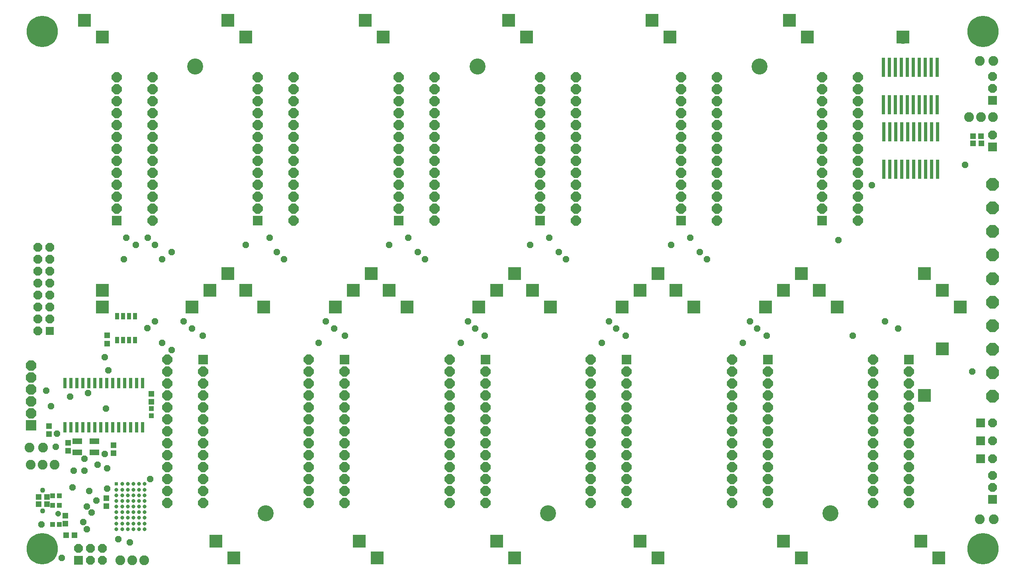
<source format=gts>
G75*
G70*
%OFA0B0*%
%FSLAX24Y24*%
%IPPOS*%
%LPD*%
%AMOC8*
5,1,8,0,0,1.08239X$1,22.5*
%
%ADD10C,0.1340*%
%ADD11R,0.0330X0.0580*%
%ADD12R,0.0740X0.0740*%
%ADD13OC8,0.0740*%
%ADD14R,0.0880X0.0880*%
%ADD15OC8,0.0880*%
%ADD16R,0.0513X0.0474*%
%ADD17R,0.0474X0.0513*%
%ADD18OC8,0.1080*%
%ADD19R,0.0316X0.0867*%
%ADD20R,0.0395X0.0395*%
%ADD21C,0.0434*%
%ADD22C,0.0820*%
%ADD23OC8,0.0714*%
%ADD24R,0.0714X0.0714*%
%ADD25R,0.0828X0.0513*%
%ADD26R,0.0316X0.1615*%
%ADD27OC8,0.0840*%
%ADD28R,0.0840X0.0840*%
%ADD29R,0.1080X0.1080*%
%ADD30C,0.0438*%
%ADD31R,0.0316X0.0316*%
%ADD32C,0.0316*%
%ADD33OC8,0.0556*%
%ADD34OC8,0.0438*%
%ADD35C,0.2620*%
D10*
X028289Y005476D03*
X051911Y005476D03*
X075533Y005476D03*
X069627Y042877D03*
X046005Y042877D03*
X022383Y042877D03*
D11*
X017356Y021979D03*
X016856Y021979D03*
X016356Y021979D03*
X015856Y021979D03*
X015856Y019979D03*
X016356Y019979D03*
X016856Y019979D03*
X017356Y019979D03*
D12*
X012620Y001554D03*
X088120Y010054D03*
X088120Y011554D03*
X088120Y013054D03*
X089106Y006654D03*
X089120Y036141D03*
X089120Y040054D03*
D13*
X089120Y041054D03*
X089120Y042054D03*
X089120Y037141D03*
X089120Y013054D03*
X089120Y011554D03*
X089120Y010054D03*
X089106Y008654D03*
X089106Y007654D03*
X014620Y002554D03*
X013620Y002554D03*
X013620Y001554D03*
X014620Y001554D03*
X012620Y002554D03*
D14*
X008633Y012854D03*
D15*
X008633Y013854D03*
X008633Y014854D03*
X008633Y015854D03*
X008633Y016854D03*
X008633Y017854D03*
D16*
X010133Y012789D03*
X010133Y012120D03*
X018706Y014820D03*
X018706Y015489D03*
X011520Y005302D03*
X011520Y004633D03*
X011598Y003654D03*
X012268Y003654D03*
D17*
X009968Y006254D03*
X009968Y006854D03*
X009298Y006854D03*
X009298Y006254D03*
X014956Y006096D03*
X014956Y006765D03*
X015533Y010520D03*
X015533Y011189D03*
X011733Y011389D03*
X011733Y010720D03*
X015020Y019706D03*
X015020Y020376D03*
X087498Y036454D03*
X087471Y037054D03*
X088141Y037054D03*
X088168Y036454D03*
D18*
X089120Y033013D03*
X089120Y031044D03*
X089120Y029076D03*
X089120Y027107D03*
X089120Y025139D03*
X089120Y023170D03*
X089120Y021202D03*
X089120Y019233D03*
X089120Y017265D03*
X089120Y015296D03*
D19*
X017970Y016405D03*
X017470Y016405D03*
X016970Y016405D03*
X016470Y016405D03*
X015970Y016405D03*
X015470Y016405D03*
X014970Y016405D03*
X014470Y016405D03*
X013970Y016405D03*
X013470Y016405D03*
X012970Y016405D03*
X012470Y016405D03*
X011970Y016405D03*
X011470Y016405D03*
X011470Y012704D03*
X011970Y012704D03*
X012470Y012704D03*
X012970Y012704D03*
X013470Y012704D03*
X013970Y012704D03*
X014470Y012704D03*
X014970Y012704D03*
X015470Y012704D03*
X015970Y012704D03*
X016470Y012704D03*
X016970Y012704D03*
X017470Y012704D03*
X017970Y012704D03*
D20*
X018720Y013672D03*
X018720Y014263D03*
X011028Y006954D03*
X010438Y006954D03*
X010438Y006154D03*
X011028Y006154D03*
X011028Y004554D03*
X010438Y004554D03*
D21*
X009620Y005688D03*
X009620Y007420D03*
D22*
X009620Y009568D03*
X010620Y009568D03*
X008620Y009568D03*
X008500Y010991D03*
X009640Y010991D03*
X016120Y001554D03*
X017120Y001554D03*
X018120Y001554D03*
X087133Y038654D03*
X088133Y038654D03*
X089133Y038654D03*
X089190Y043368D03*
X088050Y043368D03*
X088060Y005000D03*
X089200Y005000D03*
D23*
X010206Y021754D03*
X009206Y021754D03*
X009206Y022754D03*
X010206Y022754D03*
X010206Y023754D03*
X009206Y023754D03*
X009206Y024754D03*
X010206Y024754D03*
X010206Y025754D03*
X009206Y025754D03*
X009206Y026754D03*
X010206Y026754D03*
X010206Y027754D03*
X009206Y027754D03*
X009206Y020754D03*
D24*
X010206Y020754D03*
D25*
X012505Y011507D03*
X012505Y010602D03*
X013961Y010602D03*
X013961Y011507D03*
D26*
X080018Y034274D03*
X080518Y034274D03*
X081018Y034274D03*
X081518Y034274D03*
X082018Y034274D03*
X082518Y034274D03*
X083018Y034274D03*
X083518Y034274D03*
X084018Y034274D03*
X084518Y034274D03*
X084518Y037424D03*
X084018Y037424D03*
X083518Y037424D03*
X083018Y037424D03*
X082518Y037424D03*
X082018Y037424D03*
X081518Y037424D03*
X081018Y037424D03*
X080518Y037424D03*
X080018Y037424D03*
X079997Y039677D03*
X080497Y039677D03*
X080997Y039677D03*
X081497Y039677D03*
X081997Y039677D03*
X082497Y039677D03*
X082997Y039677D03*
X083497Y039677D03*
X083997Y039677D03*
X084497Y039677D03*
X084497Y042827D03*
X083997Y042827D03*
X083497Y042827D03*
X082997Y042827D03*
X082497Y042827D03*
X081997Y042827D03*
X081497Y042827D03*
X080997Y042827D03*
X080497Y042827D03*
X079997Y042827D03*
D27*
X077860Y041987D03*
X077860Y040987D03*
X077860Y039987D03*
X077860Y038987D03*
X077860Y037987D03*
X077860Y036987D03*
X077860Y035987D03*
X077860Y034987D03*
X077860Y033987D03*
X077860Y032987D03*
X077860Y031987D03*
X077860Y030987D03*
X077860Y029987D03*
X074860Y030987D03*
X074860Y031987D03*
X074860Y032987D03*
X074860Y033987D03*
X074860Y034987D03*
X074860Y035987D03*
X074860Y036987D03*
X074860Y037987D03*
X074860Y038987D03*
X074860Y039987D03*
X074860Y040987D03*
X074860Y041987D03*
X066049Y041987D03*
X066049Y040987D03*
X066049Y039987D03*
X066049Y038987D03*
X066049Y037987D03*
X066049Y036987D03*
X066049Y035987D03*
X066049Y034987D03*
X066049Y033987D03*
X066049Y032987D03*
X066049Y031987D03*
X066049Y030987D03*
X066049Y029987D03*
X063049Y030987D03*
X063049Y031987D03*
X063049Y032987D03*
X063049Y033987D03*
X063049Y034987D03*
X063049Y035987D03*
X063049Y036987D03*
X063049Y037987D03*
X063049Y038987D03*
X063049Y039987D03*
X063049Y040987D03*
X063049Y041987D03*
X054238Y041987D03*
X054238Y040987D03*
X054238Y039987D03*
X054238Y038987D03*
X054238Y037987D03*
X054238Y036987D03*
X054238Y035987D03*
X054238Y034987D03*
X054238Y033987D03*
X054238Y032987D03*
X054238Y031987D03*
X054238Y030987D03*
X054238Y029987D03*
X051238Y030987D03*
X051238Y031987D03*
X051238Y032987D03*
X051238Y033987D03*
X051238Y034987D03*
X051238Y035987D03*
X051238Y036987D03*
X051238Y037987D03*
X051238Y038987D03*
X051238Y039987D03*
X051238Y040987D03*
X051238Y041987D03*
X042427Y041987D03*
X042427Y040987D03*
X042427Y039987D03*
X042427Y038987D03*
X042427Y037987D03*
X042427Y036987D03*
X042427Y035987D03*
X042427Y034987D03*
X042427Y033987D03*
X042427Y032987D03*
X042427Y031987D03*
X042427Y030987D03*
X042427Y029987D03*
X039427Y030987D03*
X039427Y031987D03*
X039427Y032987D03*
X039427Y033987D03*
X039427Y034987D03*
X039427Y035987D03*
X039427Y036987D03*
X039427Y037987D03*
X039427Y038987D03*
X039427Y039987D03*
X039427Y040987D03*
X039427Y041987D03*
X030616Y041987D03*
X030616Y040987D03*
X030616Y039987D03*
X030616Y038987D03*
X030616Y037987D03*
X030616Y036987D03*
X030616Y035987D03*
X030616Y034987D03*
X030616Y033987D03*
X030616Y032987D03*
X030616Y031987D03*
X030616Y030987D03*
X030616Y029987D03*
X027616Y030987D03*
X027616Y031987D03*
X027616Y032987D03*
X027616Y033987D03*
X027616Y034987D03*
X027616Y035987D03*
X027616Y036987D03*
X027616Y037987D03*
X027616Y038987D03*
X027616Y039987D03*
X027616Y040987D03*
X027616Y041987D03*
X018805Y041987D03*
X018805Y040987D03*
X018805Y039987D03*
X018805Y038987D03*
X018805Y037987D03*
X018805Y036987D03*
X018805Y035987D03*
X018805Y034987D03*
X018805Y033987D03*
X018805Y032987D03*
X018805Y031987D03*
X018805Y030987D03*
X018805Y029987D03*
X015805Y030987D03*
X015805Y031987D03*
X015805Y032987D03*
X015805Y033987D03*
X015805Y034987D03*
X015805Y035987D03*
X015805Y036987D03*
X015805Y037987D03*
X015805Y038987D03*
X015805Y039987D03*
X015805Y040987D03*
X015805Y041987D03*
X020057Y018365D03*
X020057Y017365D03*
X020057Y016365D03*
X020057Y015365D03*
X020057Y014365D03*
X020057Y013365D03*
X020057Y012365D03*
X020057Y011365D03*
X020057Y010365D03*
X020057Y009365D03*
X020057Y008365D03*
X020057Y007365D03*
X020057Y006365D03*
X023057Y006365D03*
X023057Y007365D03*
X023057Y008365D03*
X023057Y009365D03*
X023057Y010365D03*
X023057Y011365D03*
X023057Y012365D03*
X023057Y013365D03*
X023057Y014365D03*
X023057Y015365D03*
X023057Y016365D03*
X023057Y017365D03*
X031868Y017365D03*
X031868Y018365D03*
X031868Y016365D03*
X031868Y015365D03*
X031868Y014365D03*
X031868Y013365D03*
X031868Y012365D03*
X031868Y011365D03*
X031868Y010365D03*
X031868Y009365D03*
X031868Y008365D03*
X031868Y007365D03*
X031868Y006365D03*
X034868Y006365D03*
X034868Y007365D03*
X034868Y008365D03*
X034868Y009365D03*
X034868Y010365D03*
X034868Y011365D03*
X034868Y012365D03*
X034868Y013365D03*
X034868Y014365D03*
X034868Y015365D03*
X034868Y016365D03*
X034868Y017365D03*
X043679Y017365D03*
X043679Y018365D03*
X043679Y016365D03*
X043679Y015365D03*
X043679Y014365D03*
X043679Y013365D03*
X043679Y012365D03*
X043679Y011365D03*
X043679Y010365D03*
X043679Y009365D03*
X043679Y008365D03*
X043679Y007365D03*
X043679Y006365D03*
X046679Y006365D03*
X046679Y007365D03*
X046679Y008365D03*
X046679Y009365D03*
X046679Y010365D03*
X046679Y011365D03*
X046679Y012365D03*
X046679Y013365D03*
X046679Y014365D03*
X046679Y015365D03*
X046679Y016365D03*
X046679Y017365D03*
X055490Y017365D03*
X055490Y018365D03*
X055490Y016365D03*
X055490Y015365D03*
X055490Y014365D03*
X055490Y013365D03*
X055490Y012365D03*
X055490Y011365D03*
X055490Y010365D03*
X055490Y009365D03*
X055490Y008365D03*
X055490Y007365D03*
X055490Y006365D03*
X058490Y006365D03*
X058490Y007365D03*
X058490Y008365D03*
X058490Y009365D03*
X058490Y010365D03*
X058490Y011365D03*
X058490Y012365D03*
X058490Y013365D03*
X058490Y014365D03*
X058490Y015365D03*
X058490Y016365D03*
X058490Y017365D03*
X067301Y017365D03*
X067301Y018365D03*
X067301Y016365D03*
X067301Y015365D03*
X067301Y014365D03*
X067301Y013365D03*
X067301Y012365D03*
X067301Y011365D03*
X067301Y010365D03*
X067301Y009365D03*
X067301Y008365D03*
X067301Y007365D03*
X067301Y006365D03*
X070301Y006365D03*
X070301Y007365D03*
X070301Y008365D03*
X070301Y009365D03*
X070301Y010365D03*
X070301Y011365D03*
X070301Y012365D03*
X070301Y013365D03*
X070301Y014365D03*
X070301Y015365D03*
X070301Y016365D03*
X070301Y017365D03*
X079112Y017365D03*
X079112Y018365D03*
X079112Y016365D03*
X079112Y015365D03*
X079112Y014365D03*
X079112Y013365D03*
X079112Y012365D03*
X079112Y011365D03*
X079112Y010365D03*
X079112Y009365D03*
X079112Y008365D03*
X079112Y007365D03*
X079112Y006365D03*
X082112Y006365D03*
X082112Y007365D03*
X082112Y008365D03*
X082112Y009365D03*
X082112Y010365D03*
X082112Y011365D03*
X082112Y012365D03*
X082112Y013365D03*
X082112Y014365D03*
X082112Y015365D03*
X082112Y016365D03*
X082112Y017365D03*
D28*
X082112Y018365D03*
X070301Y018365D03*
X058490Y018365D03*
X046679Y018365D03*
X034868Y018365D03*
X023057Y018365D03*
X027616Y029987D03*
X039427Y029987D03*
X051238Y029987D03*
X063049Y029987D03*
X074860Y029987D03*
X015805Y029987D03*
D29*
X025120Y025554D03*
X026620Y024154D03*
X028120Y022754D03*
X023620Y024154D03*
X022120Y022754D03*
X014620Y022754D03*
X014620Y024154D03*
X034120Y022754D03*
X035620Y024154D03*
X037120Y025554D03*
X038620Y024154D03*
X040120Y022754D03*
X046120Y022754D03*
X047620Y024154D03*
X049120Y025554D03*
X050620Y024154D03*
X052120Y022754D03*
X058120Y022754D03*
X059620Y024154D03*
X061120Y025554D03*
X062620Y024154D03*
X064120Y022754D03*
X070120Y022754D03*
X071620Y024154D03*
X073120Y025554D03*
X074620Y024154D03*
X076120Y022754D03*
X083420Y025554D03*
X084920Y024154D03*
X086420Y022754D03*
X084920Y019254D03*
X083420Y015354D03*
X083120Y003154D03*
X084620Y001754D03*
X073120Y001754D03*
X071620Y003154D03*
X061120Y001754D03*
X059620Y003154D03*
X049120Y001754D03*
X047620Y003154D03*
X037620Y001754D03*
X036120Y003154D03*
X025620Y001754D03*
X024120Y003154D03*
X026620Y045354D03*
X025120Y046754D03*
X014620Y045354D03*
X013120Y046754D03*
X036620Y046754D03*
X038120Y045354D03*
X048620Y046754D03*
X050120Y045354D03*
X060620Y046754D03*
X062120Y045354D03*
X072120Y046754D03*
X073620Y045354D03*
X081620Y045354D03*
D30*
X081920Y045054D03*
X081920Y045654D03*
X081320Y045654D03*
X081320Y045054D03*
X073920Y045054D03*
X073920Y045654D03*
X073320Y045654D03*
X073320Y045054D03*
X072420Y046454D03*
X072420Y047054D03*
X071820Y047054D03*
X071820Y046454D03*
X062420Y045654D03*
X062420Y045054D03*
X061820Y045054D03*
X061820Y045654D03*
X060920Y046454D03*
X060920Y047054D03*
X060320Y047054D03*
X060320Y046454D03*
X050420Y045654D03*
X050420Y045054D03*
X049820Y045054D03*
X049820Y045654D03*
X048920Y046454D03*
X048920Y047054D03*
X048320Y047054D03*
X048320Y046454D03*
X038420Y045654D03*
X038420Y045054D03*
X037820Y045054D03*
X037820Y045654D03*
X036920Y046454D03*
X036920Y047054D03*
X036320Y047054D03*
X036320Y046454D03*
X026920Y045654D03*
X026920Y045054D03*
X026320Y045054D03*
X026320Y045654D03*
X025420Y046454D03*
X025420Y047054D03*
X024820Y047054D03*
X024820Y046454D03*
X014920Y045654D03*
X014920Y045054D03*
X014320Y045054D03*
X014320Y045654D03*
X013420Y046454D03*
X013420Y047054D03*
X012820Y047054D03*
X012820Y046454D03*
X024820Y025854D03*
X025420Y025854D03*
X025420Y025254D03*
X024820Y025254D03*
X023920Y024454D03*
X023320Y024454D03*
X023320Y023854D03*
X023920Y023854D03*
X022420Y023054D03*
X022420Y022454D03*
X021820Y022454D03*
X021820Y023054D03*
X026320Y023854D03*
X026920Y023854D03*
X027820Y023054D03*
X028420Y023054D03*
X028420Y022454D03*
X027820Y022454D03*
X026920Y024454D03*
X026320Y024454D03*
X033820Y023054D03*
X034420Y023054D03*
X034420Y022454D03*
X033820Y022454D03*
X035320Y023854D03*
X035920Y023854D03*
X035920Y024454D03*
X035320Y024454D03*
X036820Y025254D03*
X037420Y025254D03*
X037420Y025854D03*
X036820Y025854D03*
X038320Y024454D03*
X038920Y024454D03*
X038920Y023854D03*
X038320Y023854D03*
X039820Y023054D03*
X040420Y023054D03*
X040420Y022454D03*
X039820Y022454D03*
X045820Y022454D03*
X046420Y022454D03*
X046420Y023054D03*
X045820Y023054D03*
X047320Y023854D03*
X047920Y023854D03*
X047920Y024454D03*
X047320Y024454D03*
X048820Y025254D03*
X049420Y025254D03*
X049420Y025854D03*
X048820Y025854D03*
X050320Y024454D03*
X050920Y024454D03*
X050920Y023854D03*
X050320Y023854D03*
X051820Y023054D03*
X052420Y023054D03*
X052420Y022454D03*
X051820Y022454D03*
X057820Y022454D03*
X058420Y022454D03*
X058420Y023054D03*
X057820Y023054D03*
X059320Y023854D03*
X059920Y023854D03*
X059920Y024454D03*
X059320Y024454D03*
X060820Y025254D03*
X061420Y025254D03*
X061420Y025854D03*
X060820Y025854D03*
X062320Y024454D03*
X062920Y024454D03*
X062920Y023854D03*
X062320Y023854D03*
X063820Y023054D03*
X064420Y023054D03*
X064420Y022454D03*
X063820Y022454D03*
X069820Y022454D03*
X070420Y022454D03*
X070420Y023054D03*
X069820Y023054D03*
X071320Y023854D03*
X071920Y023854D03*
X071920Y024454D03*
X071320Y024454D03*
X072820Y025254D03*
X073420Y025254D03*
X073420Y025854D03*
X072820Y025854D03*
X074320Y024454D03*
X074920Y024454D03*
X074920Y023854D03*
X074320Y023854D03*
X075820Y023054D03*
X076420Y023054D03*
X076420Y022454D03*
X075820Y022454D03*
X083120Y025254D03*
X083720Y025254D03*
X083720Y025854D03*
X083120Y025854D03*
X084620Y024454D03*
X085220Y024454D03*
X085220Y023854D03*
X084620Y023854D03*
X086120Y023054D03*
X086720Y023054D03*
X086720Y022454D03*
X086120Y022454D03*
X085220Y019554D03*
X084620Y019554D03*
X084620Y018954D03*
X085220Y018954D03*
X083720Y015654D03*
X083720Y015054D03*
X083120Y015054D03*
X083120Y015654D03*
X082820Y003454D03*
X083420Y003454D03*
X083420Y002854D03*
X082820Y002854D03*
X084320Y002054D03*
X084920Y002054D03*
X084920Y001454D03*
X084320Y001454D03*
X073420Y001454D03*
X073420Y002054D03*
X072820Y002054D03*
X072820Y001454D03*
X071920Y002854D03*
X071920Y003454D03*
X071320Y003454D03*
X071320Y002854D03*
X061420Y002054D03*
X061420Y001454D03*
X060820Y001454D03*
X060820Y002054D03*
X059920Y002854D03*
X059920Y003454D03*
X059320Y003454D03*
X059320Y002854D03*
X049420Y002054D03*
X049420Y001454D03*
X048820Y001454D03*
X048820Y002054D03*
X047920Y002854D03*
X047920Y003454D03*
X047320Y003454D03*
X047320Y002854D03*
X037920Y002054D03*
X037920Y001454D03*
X037320Y001454D03*
X037320Y002054D03*
X036420Y002854D03*
X036420Y003454D03*
X035820Y003454D03*
X035820Y002854D03*
X025920Y002054D03*
X025920Y001454D03*
X025320Y001454D03*
X025320Y002054D03*
X024420Y002854D03*
X024420Y003454D03*
X023820Y003454D03*
X023820Y002854D03*
X014920Y022454D03*
X014920Y023054D03*
X014320Y023054D03*
X014320Y022454D03*
X014320Y023854D03*
X014920Y023854D03*
X014920Y024454D03*
X014320Y024454D03*
D31*
X015797Y007944D03*
D32*
X016269Y007944D03*
X016269Y007472D03*
X015797Y007472D03*
X015797Y006999D03*
X016269Y006999D03*
X016269Y006527D03*
X015797Y006527D03*
X015797Y006054D03*
X016269Y006054D03*
X016269Y005582D03*
X015797Y005582D03*
X015797Y005109D03*
X015797Y004637D03*
X016269Y004637D03*
X016269Y004165D03*
X015797Y004165D03*
X016742Y004165D03*
X016742Y004637D03*
X017214Y004637D03*
X017686Y004637D03*
X017686Y004165D03*
X017214Y004165D03*
X018159Y004165D03*
X018159Y004637D03*
X018159Y005109D03*
X017686Y005109D03*
X017214Y005109D03*
X016742Y005109D03*
X016742Y005582D03*
X017214Y005582D03*
X017214Y006054D03*
X017686Y006054D03*
X017686Y005582D03*
X018159Y005582D03*
X018159Y006054D03*
X018159Y006527D03*
X018159Y006999D03*
X017686Y006999D03*
X017214Y006999D03*
X017214Y006527D03*
X017686Y006527D03*
X016742Y006527D03*
X016742Y006999D03*
X016742Y007472D03*
X017214Y007472D03*
X017214Y007944D03*
X017686Y007944D03*
X017686Y007472D03*
X018159Y007472D03*
X018159Y007944D03*
X016742Y007944D03*
X016742Y006054D03*
X016269Y005109D03*
D33*
X013720Y005554D03*
X013320Y006054D03*
X014120Y006554D03*
X013520Y007354D03*
X012120Y007654D03*
X012220Y009054D03*
X013120Y009054D03*
X014220Y009554D03*
X015020Y009254D03*
X014820Y010454D03*
X013120Y010054D03*
X010720Y011054D03*
X010820Y012154D03*
X010320Y014454D03*
X011920Y015254D03*
X013420Y015554D03*
X014920Y014254D03*
X015120Y017454D03*
X014820Y018554D03*
X018387Y020974D03*
X019020Y021554D03*
X021420Y021554D03*
X022120Y020954D03*
X023020Y020354D03*
X020420Y019154D03*
X019620Y019754D03*
X009920Y015754D03*
X018620Y008354D03*
X015020Y007554D03*
X013020Y004754D03*
X013320Y004154D03*
X015954Y003313D03*
X016920Y003054D03*
X011220Y001754D03*
X009520Y004554D03*
X032720Y019754D03*
X034020Y020954D03*
X033320Y021554D03*
X034920Y020354D03*
X044620Y019754D03*
X045820Y020954D03*
X045220Y021554D03*
X046620Y020354D03*
X056420Y019754D03*
X057620Y020954D03*
X057020Y021554D03*
X058420Y020354D03*
X068220Y019754D03*
X069420Y020954D03*
X068820Y021554D03*
X070220Y020354D03*
X077420Y020354D03*
X080120Y021554D03*
X081220Y020954D03*
X087409Y017365D03*
X076220Y028354D03*
X079020Y032954D03*
X086820Y034654D03*
X081620Y045054D03*
X063820Y028554D03*
X064620Y027354D03*
X065220Y026754D03*
X062220Y027954D03*
X053420Y026754D03*
X052820Y027354D03*
X052020Y028554D03*
X050420Y027954D03*
X041620Y026754D03*
X041020Y027354D03*
X040220Y028554D03*
X038620Y027954D03*
X029820Y026754D03*
X029220Y027354D03*
X028620Y028554D03*
X026620Y027954D03*
X020420Y027354D03*
X019620Y026754D03*
X019020Y027954D03*
X018420Y028554D03*
X017420Y027954D03*
X016620Y028554D03*
X016420Y026754D03*
D34*
X010920Y005454D03*
D35*
X009588Y002523D03*
X009588Y045830D03*
X088328Y045830D03*
X088328Y002523D03*
M02*

</source>
